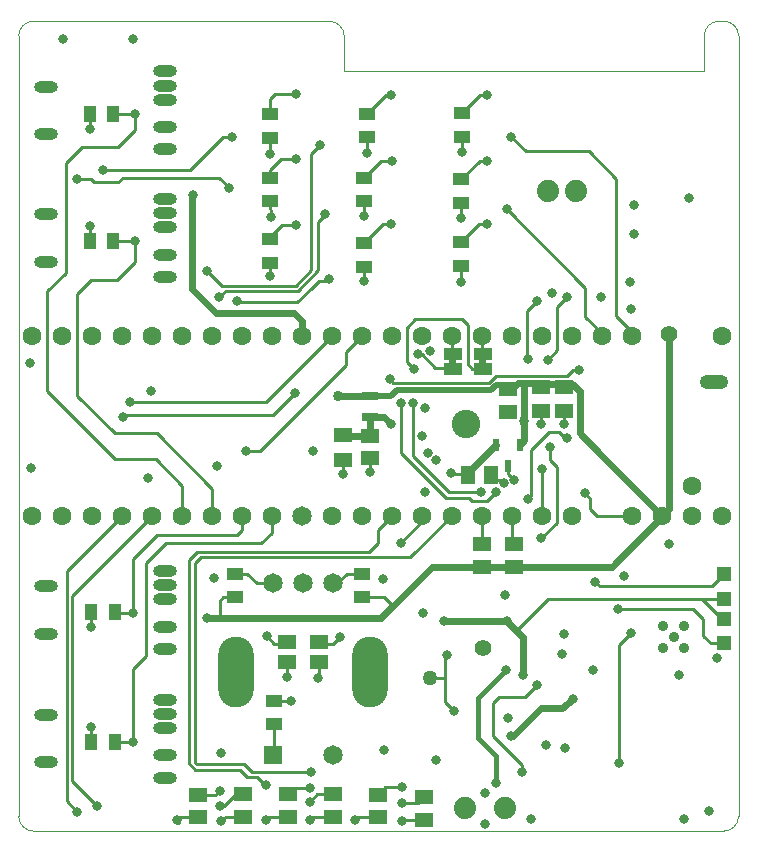
<source format=gbr>
%TF.GenerationSoftware,KiCad,Pcbnew,8.0.1*%
%TF.CreationDate,2025-01-16T17:49:12-07:00*%
%TF.ProjectId,WDM_RevB_v3,57444d5f-5265-4764-925f-76332e6b6963,rev?*%
%TF.SameCoordinates,Original*%
%TF.FileFunction,Copper,L1,Top*%
%TF.FilePolarity,Positive*%
%FSLAX46Y46*%
G04 Gerber Fmt 4.6, Leading zero omitted, Abs format (unit mm)*
G04 Created by KiCad (PCBNEW 8.0.1) date 2025-01-16 17:49:12*
%MOMM*%
%LPD*%
G01*
G04 APERTURE LIST*
G04 Aperture macros list*
%AMRoundRect*
0 Rectangle with rounded corners*
0 $1 Rounding radius*
0 $2 $3 $4 $5 $6 $7 $8 $9 X,Y pos of 4 corners*
0 Add a 4 corners polygon primitive as box body*
4,1,4,$2,$3,$4,$5,$6,$7,$8,$9,$2,$3,0*
0 Add four circle primitives for the rounded corners*
1,1,$1+$1,$2,$3*
1,1,$1+$1,$4,$5*
1,1,$1+$1,$6,$7*
1,1,$1+$1,$8,$9*
0 Add four rect primitives between the rounded corners*
20,1,$1+$1,$2,$3,$4,$5,0*
20,1,$1+$1,$4,$5,$6,$7,0*
20,1,$1+$1,$6,$7,$8,$9,0*
20,1,$1+$1,$8,$9,$2,$3,0*%
G04 Aperture macros list end*
%TA.AperFunction,EtchedComponent*%
%ADD10C,0.000000*%
%TD*%
%TA.AperFunction,SMDPad,CuDef*%
%ADD11R,1.400000X1.100000*%
%TD*%
%TA.AperFunction,ComponentPad*%
%ADD12C,1.600000*%
%TD*%
%TA.AperFunction,ComponentPad*%
%ADD13C,1.650000*%
%TD*%
%TA.AperFunction,SMDPad,CuDef*%
%ADD14R,1.600000X1.300000*%
%TD*%
%TA.AperFunction,SMDPad,CuDef*%
%ADD15R,0.530000X1.009996*%
%TD*%
%TA.AperFunction,SMDPad,CuDef*%
%ADD16R,1.100000X1.400000*%
%TD*%
%TA.AperFunction,SMDPad,CuDef*%
%ADD17R,1.500000X1.300000*%
%TD*%
%TA.AperFunction,SMDPad,CuDef*%
%ADD18RoundRect,0.635000X0.000010X0.000010X-0.000010X0.000010X-0.000010X-0.000010X0.000010X-0.000010X0*%
%TD*%
%TA.AperFunction,SMDPad,CuDef*%
%ADD19R,1.200000X1.200000*%
%TD*%
%TA.AperFunction,SMDPad,CuDef*%
%ADD20R,1.500000X1.000000*%
%TD*%
%TA.AperFunction,SMDPad,CuDef*%
%ADD21R,1.399200X0.752400*%
%TD*%
%TA.AperFunction,SMDPad,CuDef*%
%ADD22R,1.500000X1.200000*%
%TD*%
%TA.AperFunction,SMDPad,CuDef*%
%ADD23R,1.300000X1.500000*%
%TD*%
%TA.AperFunction,ComponentPad*%
%ADD24R,1.650000X1.650000*%
%TD*%
%TA.AperFunction,ComponentPad*%
%ADD25O,3.000000X6.000000*%
%TD*%
%TA.AperFunction,ComponentPad*%
%ADD26C,1.879600*%
%TD*%
%TA.AperFunction,ComponentPad*%
%ADD27O,2.416000X1.208000*%
%TD*%
%TA.AperFunction,ComponentPad*%
%ADD28O,2.000000X1.000000*%
%TD*%
%TA.AperFunction,ComponentPad*%
%ADD29C,0.908000*%
%TD*%
%TA.AperFunction,ViaPad*%
%ADD30C,0.800000*%
%TD*%
%TA.AperFunction,ViaPad*%
%ADD31C,2.406400*%
%TD*%
%TA.AperFunction,ViaPad*%
%ADD32C,1.406400*%
%TD*%
%TA.AperFunction,ViaPad*%
%ADD33C,0.856400*%
%TD*%
%TA.AperFunction,Conductor*%
%ADD34C,0.250000*%
%TD*%
%TA.AperFunction,Conductor*%
%ADD35C,0.609600*%
%TD*%
%TA.AperFunction,Conductor*%
%ADD36C,0.406400*%
%TD*%
%TA.AperFunction,Conductor*%
%ADD37C,0.254000*%
%TD*%
%TA.AperFunction,Conductor*%
%ADD38C,0.508000*%
%TD*%
%TA.AperFunction,Conductor*%
%ADD39C,0.606900*%
%TD*%
%TA.AperFunction,Profile*%
%ADD40C,0.100000*%
%TD*%
G04 APERTURE END LIST*
D10*
%TA.AperFunction,EtchedComponent*%
%TO.C,JP1*%
G36*
X123490000Y-74418000D02*
G01*
X122890000Y-74418000D01*
X122890000Y-73918000D01*
X123490000Y-73918000D01*
X123490000Y-74418000D01*
G37*
%TD.AperFunction*%
%TA.AperFunction,EtchedComponent*%
%TO.C,JP2*%
G36*
X126030000Y-74418000D02*
G01*
X125430000Y-74418000D01*
X125430000Y-73918000D01*
X126030000Y-73918000D01*
X126030000Y-74418000D01*
G37*
%TD.AperFunction*%
%TD*%
D11*
%TO.P,R20,1*%
%TO.N,GND*%
X123893146Y-66087041D03*
%TO.P,R20,2*%
%TO.N,Net-(R20-Pad2)*%
X123893146Y-64087041D03*
%TD*%
%TO.P,R24,1*%
%TO.N,GND*%
X115663546Y-66170842D03*
%TO.P,R24,2*%
%TO.N,Net-(R24-Pad2)*%
X115663546Y-64170842D03*
%TD*%
%TO.P,R15,1*%
%TO.N,GND*%
X107738746Y-55215841D03*
%TO.P,R15,2*%
%TO.N,Net-(R15-Pad2)*%
X107738746Y-53215841D03*
%TD*%
D12*
%TO.P,J2,+5V,VIN*%
%TO.N,+5V*%
X146014424Y-87214014D03*
%TO.P,J2,2,2_OUT2*%
%TO.N,/trackPin_4*%
X138394424Y-71974014D03*
%TO.P,J2,3,3_LRCLK2*%
%TO.N,/trackPin_3*%
X135854424Y-71974014D03*
%TO.P,J2,4,4_BCLK2*%
%TO.N,/trackLEDPin_4*%
X133314424Y-71974014D03*
%TO.P,J2,5,5_IN2*%
%TO.N,/trackLEDPin_3*%
X130774424Y-71974014D03*
%TO.P,J2,6,6_OUT1D*%
%TO.N,/Pin6*%
X128234424Y-71974014D03*
%TO.P,J2,7,7_RX2_OUT1A*%
%TO.N,/Pin7*%
X125694424Y-71974014D03*
%TO.P,J2,8,8_TX2_IN1*%
%TO.N,/Pin8*%
X123154424Y-71974014D03*
%TO.P,J2,9,9_OUT1C*%
%TO.N,unconnected-(J2-9_OUT1C-Pad9)*%
X120614424Y-71974014D03*
%TO.P,J2,10,10_CS_MQSR*%
%TO.N,unconnected-(J2-10_CS_MQSR-Pad10)*%
X118074424Y-71974014D03*
%TO.P,J2,11,11_MOSI_CTX1*%
%TO.N,/Pin11*%
X115534424Y-71974014D03*
%TO.P,J2,12,12_MISO_MQSL*%
%TO.N,/Pin12*%
X112994424Y-71974014D03*
%TO.P,J2,13,13_SCK_LED*%
%TO.N,/Pin13*%
X112994424Y-87214014D03*
%TO.P,J2,14,14_A0_TX3_SPDIF_OUT*%
%TO.N,unconnected-(J2-14_A0_TX3_SPDIF_OUT-Pad14)*%
X115534424Y-87214014D03*
%TO.P,J2,15,15_A1_RX3_SPDIF_IN*%
%TO.N,/trackLEDPin_1*%
X118074424Y-87214014D03*
%TO.P,J2,16,16_A2_RX4_SCL1*%
%TO.N,/pushRotaryPin*%
X120614424Y-87214014D03*
%TO.P,J2,17,17_A3_TX4_SDA1*%
%TO.N,/trackLEDPin_2*%
X123154424Y-87214014D03*
%TO.P,J2,18,18_A4_SDA*%
%TO.N,/SDA*%
X125694424Y-87214014D03*
%TO.P,J2,19,19_A5_SCL*%
%TO.N,/SCL*%
X128234424Y-87214014D03*
%TO.P,J2,20,20_A6_TX5_LRCLK1*%
%TO.N,/Pin20*%
X130774424Y-87214014D03*
%TO.P,J2,21,21_A7_RX5_BCLK1*%
%TO.N,/Pin21*%
X133314424Y-87214014D03*
%TO.P,J2,23,23_A9_CRX1_MCLK1*%
%TO.N,/Pin23*%
X138394424Y-87214014D03*
%TO.P,J2,24,24_A10_TX6_SCL2*%
%TO.N,/ECHOPin*%
X107914424Y-71974014D03*
%TO.P,J2,25,25_A11_RX6_SDA2*%
%TO.N,/startPin*%
X105374424Y-71974014D03*
%TO.P,J2,26,26_A12_MOSI1*%
%TO.N,unconnected-(J2-26_A12_MOSI1-Pad26)*%
X102834424Y-71974014D03*
%TO.P,J2,27,27_A13_SCK1*%
%TO.N,/clockTrigPin*%
X100294424Y-71974014D03*
%TO.P,J2,28,28_RX7*%
%TO.N,/trackPin_1*%
X97754424Y-71974014D03*
%TO.P,J2,29,29_TX7*%
%TO.N,/trackPin_2*%
X95214424Y-71974014D03*
%TO.P,J2,30,30_CRX3*%
%TO.N,unconnected-(J2-30_CRX3-Pad30)*%
X92674424Y-71974014D03*
%TO.P,J2,31,31_CTX3*%
%TO.N,/undoPin*%
X90134424Y-71974014D03*
%TO.P,J2,32,32_OUT1B*%
%TO.N,/RECPin*%
X87594424Y-71974014D03*
%TO.P,J2,33,33_MCLK2*%
%TO.N,/optAPin*%
X87594424Y-87214014D03*
%TO.P,J2,34,34_RX8*%
%TO.N,/optBPin*%
X90134424Y-87214014D03*
%TO.P,J2,35,35_TX8*%
%TO.N,unconnected-(J2-35_TX8-Pad35)*%
X92674424Y-87214014D03*
%TO.P,J2,36,36_CS*%
%TO.N,/\u00A0RECLEDPin*%
X95214424Y-87214014D03*
%TO.P,J2,37,37_CS*%
%TO.N,/PLAYledPin*%
X97754424Y-87214014D03*
%TO.P,J2,38,38_CS1_IN1*%
%TO.N,/ FSRpin_1_A14*%
X100294424Y-87214014D03*
%TO.P,J2,39,39_MISO1_OUT1A*%
%TO.N,/ FSRpin_2_A15*%
X102834424Y-87214014D03*
%TO.P,J2,40,40_A16*%
%TO.N,/ FSRpin_3_A16*%
X105374424Y-87214014D03*
%TO.P,J2,41,41_A17*%
%TO.N,/ FSRpin_4_A17*%
X107914424Y-87214014D03*
%TO.P,J2,49,VUSB*%
%TO.N,VBUS*%
X143474424Y-84674014D03*
%TO.P,J2,GND_0,GND_0*%
%TO.N,GND*%
X146014424Y-71974014D03*
%TO.P,J2,GND_1,GND_1*%
X143474424Y-87214014D03*
D13*
%TO.P,J2,GND_2,GND_2*%
X110454424Y-87214014D03*
D12*
%TO.P,J2,T3.3V,3.3V*%
%TO.N,+3V3*%
X110454424Y-71974014D03*
X140934424Y-87214014D03*
%TD*%
D14*
%TO.P,R33,1*%
%TO.N,Net-(D7-PadC)*%
X109242765Y-112696284D03*
%TO.P,R33,2*%
%TO.N,GND*%
X109242765Y-110796284D03*
%TD*%
%TO.P,R36,1*%
%TO.N,Net-(D10-PadC)*%
X120751600Y-112964000D03*
%TO.P,R36,2*%
%TO.N,GND*%
X120751600Y-111064000D03*
%TD*%
D15*
%TO.P,U5,1,IN*%
%TO.N,+3V3*%
X128917685Y-81205829D03*
%TO.P,U5,2,OUT*%
%TO.N,+1V8*%
X126867685Y-81205829D03*
%TO.P,U5,3,GND*%
%TO.N,GND*%
X127892685Y-82995829D03*
%TD*%
D11*
%TO.P,R25,1*%
%TO.N,GND*%
X123967606Y-55147440D03*
%TO.P,R25,2*%
%TO.N,Net-(R25-Pad2)*%
X123967606Y-53147440D03*
%TD*%
%TO.P,R26,1*%
%TO.N,GND*%
X123943946Y-60753041D03*
%TO.P,R26,2*%
%TO.N,Net-(R26-Pad2)*%
X123943946Y-58753041D03*
%TD*%
D14*
%TO.P,R39,1*%
%TO.N,/SDA*%
X125722212Y-89656007D03*
%TO.P,R39,2*%
%TO.N,+3V3*%
X125722212Y-91556007D03*
%TD*%
D16*
%TO.P,R14,1*%
%TO.N,/ FSRpin_1_A14*%
X94456000Y-53213000D03*
%TO.P,R14,2*%
%TO.N,GND*%
X92456000Y-53213000D03*
%TD*%
D17*
%TO.P,C7,1*%
%TO.N,GND*%
X109211946Y-99580241D03*
%TO.P,C7,2*%
%TO.N,/optAPin*%
X109211946Y-97880241D03*
%TD*%
D14*
%TO.P,R40,1*%
%TO.N,/SCL*%
X128389212Y-89656007D03*
%TO.P,R40,2*%
%TO.N,+3V3*%
X128389212Y-91556007D03*
%TD*%
D18*
%TO.P,TP2,P$1,1*%
%TO.N,/VPCC(TP)*%
X121259600Y-100990400D03*
%TD*%
D14*
%TO.P,R34,1*%
%TO.N,Net-(D8-PadC)*%
X113030000Y-112726800D03*
%TO.P,R34,2*%
%TO.N,GND*%
X113030000Y-110826800D03*
%TD*%
D17*
%TO.P,C8,1*%
%TO.N,GND*%
X111853546Y-99580241D03*
%TO.P,C8,2*%
%TO.N,/optBPin*%
X111853546Y-97880241D03*
%TD*%
D11*
%TO.P,R27,1*%
%TO.N,+3V3*%
X115548346Y-94128641D03*
%TO.P,R27,2*%
%TO.N,/optBPin*%
X115548346Y-92128641D03*
%TD*%
D14*
%TO.P,R32,1*%
%TO.N,Net-(D6-PadC)*%
X105435400Y-112701400D03*
%TO.P,R32,2*%
%TO.N,GND*%
X105435400Y-110801400D03*
%TD*%
D11*
%TO.P,R16,1*%
%TO.N,GND*%
X107771548Y-60621041D03*
%TO.P,R16,2*%
%TO.N,Net-(R16-Pad2)*%
X107771548Y-58621041D03*
%TD*%
%TO.P,R22,1*%
%TO.N,GND*%
X107771548Y-65833041D03*
%TO.P,R22,2*%
%TO.N,Net-(R22-Pad2)*%
X107771548Y-63833041D03*
%TD*%
%TO.P,R28,1*%
%TO.N,+3V3*%
X104741546Y-94128641D03*
%TO.P,R28,2*%
%TO.N,/optAPin*%
X104741546Y-92128641D03*
%TD*%
%TO.P,R17,1*%
%TO.N,GND*%
X115931293Y-55202008D03*
%TO.P,R17,2*%
%TO.N,Net-(R17-Pad2)*%
X115931293Y-53202008D03*
%TD*%
%TO.P,R21,1*%
%TO.N,Net-(EN_1-Pad1)*%
X108034146Y-104882241D03*
%TO.P,R21,2*%
%TO.N,GND*%
X108034146Y-102882241D03*
%TD*%
D19*
%TO.P,D2,A,A*%
%TO.N,VBUS*%
X146177000Y-95944000D03*
%TO.P,D2,C,C*%
%TO.N,Net-(D2-PadC)*%
X146177000Y-98044000D03*
%TD*%
D14*
%TO.P,R35,1*%
%TO.N,Net-(D9-PadC)*%
X116890800Y-112742000D03*
%TO.P,R35,2*%
%TO.N,GND*%
X116890800Y-110842000D03*
%TD*%
%TO.P,R31,1*%
%TO.N,Net-(D5-PadC)*%
X101625400Y-112760800D03*
%TO.P,R31,2*%
%TO.N,GND*%
X101625400Y-110860800D03*
%TD*%
D20*
%TO.P,JP1,1,1*%
%TO.N,/Pin8*%
X123190000Y-73518000D03*
%TO.P,JP1,2,2*%
%TO.N,Net-(U6-I2S_DOUT)*%
X123190000Y-74818000D03*
%TD*%
D21*
%TO.P,L2,1*%
%TO.N,/VDDA*%
X116197212Y-78830407D03*
%TO.P,L2,2*%
%TO.N,+3V3*%
X116197212Y-77078007D03*
%TD*%
D22*
%TO.P,C11,1*%
%TO.N,+3V3*%
X132588000Y-76293000D03*
%TO.P,C11,2*%
%TO.N,GND*%
X132588000Y-78393000D03*
%TD*%
D17*
%TO.P,C17,1*%
%TO.N,/VDDA*%
X116197212Y-80446007D03*
%TO.P,C17,2*%
%TO.N,GND*%
X116197212Y-82346007D03*
%TD*%
D20*
%TO.P,JP2,1,1*%
%TO.N,/Pin7*%
X125730000Y-73518000D03*
%TO.P,JP2,2,2*%
%TO.N,Net-(U6-I2S_DIN)*%
X125730000Y-74818000D03*
%TD*%
D19*
%TO.P,D3,A,A*%
%TO.N,VBUS*%
X146177000Y-94268000D03*
%TO.P,D3,C,C*%
%TO.N,Net-(D3-PadC)*%
X146177000Y-92168000D03*
%TD*%
D22*
%TO.P,C18,1*%
%TO.N,/VDDA*%
X113919000Y-80380007D03*
%TO.P,C18,2*%
%TO.N,GND*%
X113919000Y-82480007D03*
%TD*%
D16*
%TO.P,R37,1*%
%TO.N,/ FSRpin_3_A16*%
X94599000Y-95377000D03*
%TO.P,R37,2*%
%TO.N,GND*%
X92599000Y-95377000D03*
%TD*%
%TO.P,R29,1*%
%TO.N,/ FSRpin_4_A17*%
X94599000Y-106426000D03*
%TO.P,R29,2*%
%TO.N,GND*%
X92599000Y-106426000D03*
%TD*%
D11*
%TO.P,R19,1*%
%TO.N,GND*%
X115714346Y-60600641D03*
%TO.P,R19,2*%
%TO.N,Net-(R19-Pad2)*%
X115714346Y-58600641D03*
%TD*%
D23*
%TO.P,C12,1*%
%TO.N,+1V8*%
X124518212Y-83809007D03*
%TO.P,C12,2*%
%TO.N,GND*%
X126418212Y-83809007D03*
%TD*%
D16*
%TO.P,R23,1*%
%TO.N,/ FSRpin_2_A15*%
X94472000Y-64008000D03*
%TO.P,R23,2*%
%TO.N,GND*%
X92472000Y-64008000D03*
%TD*%
D22*
%TO.P,C10,1*%
%TO.N,+3V3*%
X130675212Y-76293000D03*
%TO.P,C10,2*%
%TO.N,GND*%
X130675212Y-78393000D03*
%TD*%
D17*
%TO.P,C9,1*%
%TO.N,+3V3*%
X127881212Y-76520000D03*
%TO.P,C9,2*%
%TO.N,GND*%
X127881212Y-78420000D03*
%TD*%
D24*
%TO.P,EN_1,1,1*%
%TO.N,Net-(EN_1-Pad1)*%
X108030000Y-107450000D03*
D13*
%TO.P,EN_1,2,2*%
%TO.N,/pushRotaryPin*%
X113030000Y-107450000D03*
%TO.P,EN_1,A,A*%
%TO.N,/optAPin*%
X108030000Y-92950000D03*
%TO.P,EN_1,B,B*%
%TO.N,/optBPin*%
X113030000Y-92950000D03*
%TO.P,EN_1,C,C*%
%TO.N,GND*%
X110530000Y-92950000D03*
D25*
%TO.P,EN_1,S1*%
%TO.N,N/C*%
X104830000Y-100450000D03*
%TO.P,EN_1,S2*%
X116230000Y-100450000D03*
%TD*%
D26*
%TO.P,J4,1,1*%
%TO.N,VLIPO*%
X127635000Y-112014000D03*
%TD*%
D27*
%TO.P,J15,S1,SHIELD*%
%TO.N,unconnected-(J15-SHIELD-PadS1)*%
X145347000Y-75879000D03*
%TD*%
D28*
%TO.P,J11,1*%
%TO.N,GND*%
X98873000Y-91918000D03*
%TO.P,J11,2*%
%TO.N,/ FSRpin_3_A16*%
X98873000Y-94318000D03*
%TO.P,J11,3*%
%TO.N,+3V3*%
X98873000Y-93118000D03*
%TO.P,J11,4*%
%TO.N,GND*%
X98873000Y-98518000D03*
%TO.P,J11,5*%
%TO.N,/ FSRpin_3_A16*%
X98873000Y-96618000D03*
%TO.P,J11,S1,SHIELD*%
%TO.N,unconnected-(J11-SHIELD-PadS1)*%
X88773000Y-97218000D03*
%TO.P,J11,S2,SHIELD__1*%
%TO.N,unconnected-(J11-SHIELD__1-PadS2)*%
X88773000Y-93218000D03*
%TD*%
D26*
%TO.P,MIC1,1,1*%
%TO.N,Net-(C19-Pad2)*%
X131240200Y-59766200D03*
%TO.P,MIC1,2,2*%
%TO.N,GND*%
X133650200Y-59766200D03*
%TD*%
D29*
%TO.P,U1,P$18,PAD*%
%TO.N,GND*%
X141918000Y-97495000D03*
%TO.P,U1,P$19,PAD*%
X142818000Y-96595000D03*
%TO.P,U1,P$20,PAD*%
X141018000Y-96595000D03*
%TO.P,U1,P$21,PAD*%
X141018000Y-98395000D03*
%TO.P,U1,P$22,PAD*%
X142818000Y-98395000D03*
%TD*%
D26*
%TO.P,J5,1,1*%
%TO.N,GND*%
X124282200Y-112014000D03*
%TD*%
D28*
%TO.P,J6,1*%
%TO.N,GND*%
X98873000Y-60422000D03*
%TO.P,J6,2*%
%TO.N,/ FSRpin_2_A15*%
X98873000Y-62822000D03*
%TO.P,J6,3*%
%TO.N,+3V3*%
X98873000Y-61622000D03*
%TO.P,J6,4*%
%TO.N,GND*%
X98873000Y-67022000D03*
%TO.P,J6,5*%
%TO.N,/ FSRpin_2_A15*%
X98873000Y-65122000D03*
%TO.P,J6,S1,SHIELD*%
%TO.N,unconnected-(J6-SHIELD-PadS1)*%
X88773000Y-65722000D03*
%TO.P,J6,S2,SHIELD__1*%
%TO.N,unconnected-(J6-SHIELD__1-PadS2)*%
X88773000Y-61722000D03*
%TD*%
%TO.P,J3,1*%
%TO.N,GND*%
X98858500Y-49607750D03*
%TO.P,J3,2*%
%TO.N,/ FSRpin_1_A14*%
X98858500Y-52007750D03*
%TO.P,J3,3*%
%TO.N,+3V3*%
X98858500Y-50807750D03*
%TO.P,J3,4*%
%TO.N,GND*%
X98858500Y-56207750D03*
%TO.P,J3,5*%
%TO.N,/ FSRpin_1_A14*%
X98858500Y-54307750D03*
%TO.P,J3,S1,SHIELD*%
%TO.N,unconnected-(J3-SHIELD-PadS1)*%
X88758500Y-54907750D03*
%TO.P,J3,S2,SHIELD__1*%
%TO.N,unconnected-(J3-SHIELD__1-PadS2)*%
X88758500Y-50907750D03*
%TD*%
%TO.P,J7,1*%
%TO.N,GND*%
X98873000Y-102820750D03*
%TO.P,J7,2*%
%TO.N,/ FSRpin_4_A17*%
X98873000Y-105220750D03*
%TO.P,J7,3*%
%TO.N,+3V3*%
X98873000Y-104020750D03*
%TO.P,J7,4*%
%TO.N,GND*%
X98873000Y-109420750D03*
%TO.P,J7,5*%
%TO.N,/ FSRpin_4_A17*%
X98873000Y-107520750D03*
%TO.P,J7,S1,SHIELD*%
%TO.N,unconnected-(J7-SHIELD-PadS1)*%
X88773000Y-108120750D03*
%TO.P,J7,S2,SHIELD__1*%
%TO.N,unconnected-(J7-SHIELD__1-PadS2)*%
X88773000Y-104120750D03*
%TD*%
D30*
%TO.N,V_Batt*%
X128143000Y-105918000D03*
X133350000Y-102743000D03*
%TO.N,VBUS*%
X122424608Y-96139000D03*
X129159000Y-100711000D03*
X127762000Y-96139000D03*
%TO.N,VLIPO*%
X126873000Y-109855000D03*
X127695000Y-100330000D03*
%TO.N,/optAPin*%
X107484746Y-97446641D03*
%TO.N,/optBPin*%
X113631546Y-97497441D03*
%TO.N,/VDDA*%
X117983000Y-79502000D03*
%TO.N,/pushRotaryPin*%
X118795800Y-89509600D03*
%TO.N,/trackPin_3*%
X127762000Y-61239400D03*
%TO.N,/trackPin_4*%
X128160346Y-55181041D03*
%TO.N,/Pin6*%
X95250000Y-78867000D03*
X109855000Y-76835000D03*
%TO.N,/Pin11*%
X105664000Y-81788000D03*
%TO.N,/Pin12*%
X95885000Y-77597000D03*
%TO.N,/trackLEDPin_2*%
X111243946Y-108927441D03*
%TO.N,/trackLEDPin_1*%
X107383146Y-110045041D03*
%TO.N,/Pin20*%
X130802212Y-83301007D03*
%TO.N,/Pin23*%
X134366000Y-85344000D03*
%TO.N,/clockTrigPin*%
X104978200Y-69037200D03*
X112717146Y-67220641D03*
%TO.N,/trackPin_2*%
X102412800Y-66497200D03*
X111955146Y-55841441D03*
%TO.N,/trackPin_1*%
X112412346Y-61683441D03*
X103454200Y-68707000D03*
%TO.N,/undoPin*%
X93624400Y-57962800D03*
X104487546Y-55181041D03*
%TO.N,/RECPin*%
X104233546Y-59448241D03*
X91363800Y-58699400D03*
%TO.N,/\u00A0RECLEDPin*%
X91427919Y-112284268D03*
%TO.N,/PLAYledPin*%
X93108346Y-111823041D03*
%TO.N,/ FSRpin_1_A14*%
X96266000Y-53213000D03*
%TO.N,/ FSRpin_2_A15*%
X96266000Y-64008000D03*
%TO.N,/ FSRpin_3_A16*%
X96139000Y-95504000D03*
%TO.N,/ FSRpin_4_A17*%
X96139000Y-106426000D03*
%TO.N,GND*%
X132588000Y-97282000D03*
X142760700Y-112890300D03*
D31*
X124325212Y-79491007D03*
D30*
X115714346Y-61886641D03*
X143176024Y-60303976D03*
X132715000Y-106934000D03*
X118872000Y-110236000D03*
X144907000Y-112268000D03*
X131638000Y-68387000D03*
X137668000Y-92329000D03*
X92599000Y-96631000D03*
X117390746Y-107098641D03*
X116197212Y-83555007D03*
X92583000Y-105156000D03*
X92456000Y-54483000D03*
X120650000Y-95504000D03*
X138219919Y-67398082D03*
X115663546Y-67373041D03*
X135763000Y-68732400D03*
X103623946Y-107301841D03*
X135102600Y-100253800D03*
X111125000Y-111455200D03*
X109516746Y-102933041D03*
X121277212Y-73268007D03*
X107738746Y-56603441D03*
X121150212Y-81904007D03*
X103471546Y-110502241D03*
X107789546Y-61937441D03*
X130675212Y-79502000D03*
X96105546Y-46875241D03*
X121823000Y-107950000D03*
X138303000Y-69723000D03*
X92456000Y-62738000D03*
X138573000Y-60960000D03*
X145542000Y-99314000D03*
X97409000Y-84074000D03*
X117289146Y-92569841D03*
X123943946Y-62039041D03*
X128389212Y-84190007D03*
X127881212Y-78420000D03*
X87376000Y-74295000D03*
X141478000Y-89662000D03*
X120896212Y-78094007D03*
X97663000Y-76708000D03*
X123994746Y-56400241D03*
X138573000Y-63373000D03*
X121785212Y-82539007D03*
X90187346Y-46875241D03*
X132461000Y-98933000D03*
X142328900Y-100672900D03*
X113919000Y-83682007D03*
X127563712Y-84444007D03*
X87520346Y-83171841D03*
X127635000Y-93980000D03*
X118922800Y-111531400D03*
X115917546Y-56501841D03*
X125958600Y-110744000D03*
X109211946Y-100914641D03*
D32*
X125730000Y-98425000D03*
D30*
X111379000Y-81788000D03*
X103251000Y-83058000D03*
X120594712Y-80438500D03*
X103471546Y-111772241D03*
X127889000Y-104394000D03*
X120887445Y-85233881D03*
X111802746Y-100965441D03*
X131064000Y-106680000D03*
X107771548Y-66915841D03*
X125958600Y-113334800D03*
X102963546Y-92519041D03*
X129794000Y-112903000D03*
X111099600Y-110261400D03*
X132588000Y-79502000D03*
X123893146Y-67423841D03*
%TO.N,Net-(U6-HP_VGND)*%
X131445000Y-81407000D03*
X130683000Y-89154000D03*
%TO.N,Net-(U6-HP_R)*%
X132842000Y-80645000D03*
X129540000Y-85852000D03*
%TO.N,Net-(U6-HP_L)*%
X133858000Y-74930000D03*
X117856000Y-75692000D03*
%TO.N,Net-(U6-I2S_DOUT)*%
X126865212Y-85206007D03*
X120269000Y-73533000D03*
X118864212Y-77724000D03*
%TO.N,Net-(U6-I2S_DIN)*%
X119888000Y-74803000D03*
X119880212Y-77713007D03*
X125595212Y-85206007D03*
%TO.N,/ENABLE*%
X138303000Y-97155000D03*
X137287000Y-108204000D03*
%TO.N,Net-(R6-Pad1)*%
X129032000Y-108966000D03*
X130302000Y-101600000D03*
%TO.N,Net-(D2-PadC)*%
X137160000Y-95123000D03*
%TO.N,Net-(D3-PadC)*%
X135255000Y-92837000D03*
%TO.N,/VPCC(TP)*%
X123317000Y-103759000D03*
X122682000Y-99060000D03*
%TO.N,Net-(R15-Pad2)*%
X109923146Y-51523441D03*
%TO.N,Net-(R16-Pad2)*%
X109923146Y-57060641D03*
%TO.N,Net-(R17-Pad2)*%
X118000346Y-51574241D03*
%TO.N,Net-(R19-Pad2)*%
X118051146Y-57162241D03*
%TO.N,Net-(R20-Pad2)*%
X126077546Y-62547041D03*
%TO.N,Net-(R22-Pad2)*%
X109923146Y-62648641D03*
%TO.N,Net-(R24-Pad2)*%
X118000346Y-62547041D03*
%TO.N,Net-(R25-Pad2)*%
X126128346Y-51574241D03*
%TO.N,Net-(R26-Pad2)*%
X126128346Y-57162241D03*
%TO.N,Net-(D5-PadC)*%
X99872800Y-112979200D03*
%TO.N,+3V3*%
X102362000Y-95885000D03*
D32*
X141478000Y-71882000D03*
D33*
X113530212Y-77078007D03*
D30*
X101193600Y-60096400D03*
D33*
X129278212Y-79237007D03*
D30*
%TO.N,+1V8*%
X123055212Y-83612830D03*
%TO.N,Net-(D6-PadC)*%
X103581200Y-113106200D03*
%TO.N,Net-(D7-PadC)*%
X107365800Y-113004600D03*
%TO.N,Net-(D8-PadC)*%
X111150400Y-113030000D03*
%TO.N,Net-(D9-PadC)*%
X114960400Y-113004600D03*
%TO.N,Net-(D10-PadC)*%
X118922800Y-113055400D03*
%TO.N,Net-(U6-MIC)*%
X130302000Y-69088000D03*
X129565400Y-73939400D03*
%TO.N,Net-(U6-MIC_BIAS)*%
X131241800Y-74015600D03*
X132842000Y-68707000D03*
%TD*%
D34*
%TO.N,V_Batt*%
X133350000Y-102743000D02*
X133223000Y-102743000D01*
D35*
X132461000Y-103505000D02*
X133350000Y-102743000D01*
X130683000Y-103505000D02*
X132461000Y-103505000D01*
X128270000Y-105918000D02*
X130683000Y-103505000D01*
D34*
X128143000Y-105918000D02*
X128270000Y-105918000D01*
D35*
%TO.N,VBUS*%
X129159000Y-100711000D02*
X129159000Y-97536000D01*
D34*
X146177000Y-95944000D02*
X145982000Y-95944000D01*
X144306000Y-94268000D02*
X131284000Y-94268000D01*
X145982000Y-95944000D02*
X144306000Y-94268000D01*
D35*
X122424608Y-96139000D02*
X127762000Y-96139000D01*
X127762000Y-96139000D02*
X128587500Y-96964500D01*
D34*
X144306000Y-94268000D02*
X146177000Y-94268000D01*
X131284000Y-94268000D02*
X128587500Y-96964500D01*
D35*
X129159000Y-97536000D02*
X128587500Y-96964500D01*
D36*
%TO.N,VLIPO*%
X125349000Y-102676000D02*
X127635000Y-100390000D01*
X126873000Y-109855000D02*
X126873000Y-107569000D01*
D34*
X127635000Y-100390000D02*
X127695000Y-100330000D01*
D36*
X127695000Y-111954000D02*
X127635000Y-112014000D01*
X126873000Y-107569000D02*
X125349000Y-106045000D01*
X125349000Y-106045000D02*
X125349000Y-102676000D01*
D34*
%TO.N,/optAPin*%
X108094346Y-98056241D02*
X109035946Y-98056241D01*
X108030000Y-92950000D02*
X106613705Y-92950000D01*
X109035946Y-98056241D02*
X109211946Y-97880241D01*
X106613705Y-92950000D02*
X105792346Y-92128641D01*
X107484746Y-97446641D02*
X108094346Y-98056241D01*
X109133946Y-97802241D02*
X109211946Y-97880241D01*
X105792346Y-92128641D02*
X104741546Y-92128641D01*
%TO.N,/optBPin*%
X113030000Y-92950000D02*
X113403787Y-92950000D01*
X111880746Y-97853041D02*
X111853546Y-97880241D01*
X113072746Y-98056241D02*
X112029546Y-98056241D01*
X112029546Y-98056241D02*
X111853546Y-97880241D01*
X113403787Y-92950000D02*
X114225146Y-92128641D01*
X114225146Y-92128641D02*
X115548346Y-92128641D01*
X113631546Y-97497441D02*
X113072746Y-98056241D01*
D35*
%TO.N,/VDDA*%
X117983000Y-79502000D02*
X117348000Y-78867000D01*
D34*
X113985000Y-80446007D02*
X113919000Y-80380007D01*
D35*
X117311407Y-78830407D02*
X116197212Y-78830407D01*
X117348000Y-78867000D02*
X117311407Y-78830407D01*
X116197212Y-80446007D02*
X113985000Y-80446007D01*
X116197212Y-78830407D02*
X116197212Y-80446007D01*
D34*
%TO.N,Net-(EN_1-Pad1)*%
X108034146Y-107445854D02*
X108030000Y-107450000D01*
X108034146Y-104882241D02*
X108034146Y-107445854D01*
%TO.N,/pushRotaryPin*%
X120614424Y-87690976D02*
X120614424Y-87214014D01*
X118795800Y-89509600D02*
X120614424Y-87690976D01*
%TO.N,/trackPin_3*%
X135854424Y-71974014D02*
X135854424Y-71795624D01*
X134442200Y-67919600D02*
X127762000Y-61239400D01*
X134442200Y-70383400D02*
X134442200Y-67919600D01*
X127762000Y-61239400D02*
X127736600Y-61214000D01*
X135854424Y-71795624D02*
X134442200Y-70383400D01*
%TO.N,/trackPin_4*%
X128160346Y-55181041D02*
X129367305Y-56388000D01*
X137058400Y-58699400D02*
X137058400Y-70332600D01*
X134747000Y-56388000D02*
X137058400Y-58699400D01*
X138394424Y-71668624D02*
X138394424Y-71974014D01*
X129367305Y-56388000D02*
X134747000Y-56388000D01*
X128160139Y-55180834D02*
X128160346Y-55181041D01*
X137058400Y-70332600D02*
X138394424Y-71668624D01*
D37*
%TO.N,/Pin6*%
X95250000Y-78867000D02*
X95377000Y-78740000D01*
X107950000Y-78740000D02*
X109855000Y-76835000D01*
X95377000Y-78740000D02*
X107950000Y-78740000D01*
D34*
%TO.N,/Pin7*%
X125694424Y-73225219D02*
X125722212Y-73253007D01*
X125694424Y-71974014D02*
X125694424Y-73225219D01*
%TO.N,/Pin8*%
X123154424Y-73240219D02*
X123182212Y-73268007D01*
X123154424Y-71974014D02*
X123154424Y-73240219D01*
D37*
%TO.N,/Pin11*%
X114173000Y-73335438D02*
X115534424Y-71974014D01*
X106851808Y-81788000D02*
X114173000Y-74466808D01*
X114173000Y-74466808D02*
X114173000Y-73335438D01*
X105664000Y-81788000D02*
X106851808Y-81788000D01*
%TO.N,/Pin12*%
X95885000Y-77597000D02*
X107315000Y-77597000D01*
X107371438Y-77597000D02*
X112994424Y-71974014D01*
D34*
X107315000Y-77597000D02*
X107371438Y-77597000D01*
%TO.N,/trackLEDPin_2*%
X106222800Y-108932400D02*
X111238987Y-108932400D01*
X111243946Y-108927441D02*
X111248905Y-108932400D01*
X111238987Y-108932400D02*
X111243946Y-108927441D01*
X123154424Y-87214014D02*
X119614238Y-90754200D01*
X101396800Y-91262200D02*
X101396800Y-108140546D01*
X119614238Y-90754200D02*
X101904800Y-90754200D01*
X101530127Y-108273873D02*
X105564273Y-108273873D01*
X101904800Y-90754200D02*
X101396800Y-91262200D01*
X105564273Y-108273873D02*
X106222800Y-108932400D01*
X101396800Y-108140546D02*
X101530127Y-108273873D01*
%TO.N,/trackLEDPin_1*%
X107383146Y-110045041D02*
X107383146Y-110146641D01*
X116103400Y-90271600D02*
X101549200Y-90271600D01*
X116840000Y-88448438D02*
X116840000Y-89535000D01*
X101396800Y-108762800D02*
X105181400Y-108762800D01*
X107281546Y-110045041D02*
X107383146Y-110045041D01*
X118074424Y-87214014D02*
X116840000Y-88448438D01*
X100838000Y-108204000D02*
X101396800Y-108762800D01*
X107383146Y-110146641D02*
X107281546Y-110045041D01*
X116840000Y-89535000D02*
X116103400Y-90271600D01*
X106608905Y-109372400D02*
X107281546Y-110045041D01*
X100838000Y-90982800D02*
X100838000Y-108204000D01*
X105181400Y-108762800D02*
X105791000Y-109372400D01*
X105791000Y-109372400D02*
X106608905Y-109372400D01*
X101549200Y-90271600D02*
X100838000Y-90982800D01*
D37*
%TO.N,/SDA*%
X125694424Y-87214014D02*
X125694424Y-89628219D01*
D34*
X125694424Y-89628219D02*
X125722212Y-89656007D01*
D37*
%TO.N,/SCL*%
X128234424Y-87214014D02*
X128234424Y-89501219D01*
D34*
X128234424Y-89501219D02*
X128389212Y-89656007D01*
D37*
%TO.N,/Pin20*%
X130802212Y-83301007D02*
X130774424Y-83400219D01*
X130774424Y-83400219D02*
X130774424Y-83428007D01*
X130774424Y-87214014D02*
X130774424Y-83455795D01*
X130774424Y-83455795D02*
X130802212Y-83301007D01*
%TO.N,/Pin23*%
X134366000Y-85344000D02*
X134865946Y-85843946D01*
X134865946Y-86677041D02*
X135402919Y-87214014D01*
X134865946Y-85843946D02*
X134865946Y-86677041D01*
X135402919Y-87214014D02*
X138394424Y-87214014D01*
D34*
%TO.N,/clockTrigPin*%
X110016887Y-69158900D02*
X111265067Y-67910720D01*
X111265067Y-67910720D02*
X111853546Y-67322241D01*
X111955146Y-67322241D02*
X112717146Y-67322241D01*
X105099900Y-69158900D02*
X110016887Y-69158900D01*
X104978200Y-69037200D02*
X105099900Y-69158900D01*
X104845900Y-69037200D02*
X104795100Y-68986400D01*
X112717146Y-67220641D02*
X112818746Y-67220641D01*
X112717146Y-67322241D02*
X112717146Y-67322241D01*
X104978200Y-69037200D02*
X104845900Y-69037200D01*
X112717146Y-67322241D02*
X112717146Y-67220641D01*
X111853546Y-67322241D02*
X111955146Y-67322241D01*
%TO.N,/trackPin_2*%
X102438200Y-66497200D02*
X102412800Y-66497200D01*
X111976359Y-55841441D02*
X111955146Y-55841441D01*
X109905800Y-67741800D02*
X103682800Y-67741800D01*
X111201200Y-56616600D02*
X111201200Y-66446400D01*
X111955146Y-55862654D02*
X111201200Y-56616600D01*
X111955146Y-55841441D02*
X111955146Y-55862654D01*
X102412800Y-66471800D02*
X102489000Y-66548000D01*
X103682800Y-67741800D02*
X102438200Y-66497200D01*
X102412800Y-66497200D02*
X102412800Y-66471800D01*
X111201200Y-66446400D02*
X109905800Y-67741800D01*
%TO.N,/trackPin_1*%
X112412346Y-61729552D02*
X112412346Y-61683441D01*
X111810800Y-62331098D02*
X112412346Y-61729552D01*
X103454200Y-68707000D02*
X103979400Y-68181800D01*
X111810800Y-66459054D02*
X111810800Y-62331098D01*
X112412346Y-61683441D02*
X112458457Y-61683441D01*
X110088054Y-68181800D02*
X111810800Y-66459054D01*
X103979400Y-68181800D02*
X110088054Y-68181800D01*
%TO.N,/undoPin*%
X103772366Y-55180834D02*
X104487339Y-55180834D01*
X93624400Y-57962800D02*
X100990400Y-57962800D01*
X104487546Y-55181041D02*
X104487753Y-55180834D01*
X100990400Y-57962800D02*
X103772366Y-55180834D01*
X104487339Y-55180834D02*
X104487546Y-55181041D01*
%TO.N,/RECPin*%
X92557600Y-58699400D02*
X92862400Y-59004200D01*
X91363800Y-58699400D02*
X92557600Y-58699400D01*
X103437915Y-58597800D02*
X104233546Y-59393431D01*
X104233546Y-59448241D02*
X104288356Y-59448241D01*
X92862400Y-59004200D02*
X94894400Y-59004200D01*
X104233546Y-59393431D02*
X104233546Y-59448241D01*
X94894400Y-59004200D02*
X95300800Y-58597800D01*
X95300800Y-58597800D02*
X103437915Y-58597800D01*
%TO.N,/\u00A0RECLEDPin*%
X91427919Y-112284268D02*
X90525600Y-111381949D01*
X90525600Y-111381949D02*
X90525600Y-91902838D01*
X90525600Y-91902838D02*
X95214424Y-87214014D01*
%TO.N,/PLAYledPin*%
X90965600Y-109680295D02*
X93108346Y-111823041D01*
X90965600Y-94002838D02*
X90965600Y-109680295D01*
X97754424Y-87214014D02*
X90965600Y-94002838D01*
%TO.N,/ FSRpin_1_A14*%
X91821000Y-56007000D02*
X90424000Y-57404000D01*
X96266000Y-53213000D02*
X94456000Y-53213000D01*
X100294424Y-84673424D02*
X100294424Y-87214014D01*
X98044000Y-82423000D02*
X100294424Y-84673424D01*
X88859149Y-76667149D02*
X94615000Y-82423000D01*
X96266000Y-53213000D02*
X96266000Y-54610000D01*
X88859149Y-68239851D02*
X88859149Y-76667149D01*
X94869000Y-56007000D02*
X91821000Y-56007000D01*
X90424000Y-57404000D02*
X90424000Y-66675000D01*
X96266000Y-54610000D02*
X94869000Y-56007000D01*
X90424000Y-66675000D02*
X88859149Y-68239851D01*
X94615000Y-82423000D02*
X98044000Y-82423000D01*
%TO.N,/ FSRpin_2_A15*%
X98171000Y-80264000D02*
X102834424Y-84927424D01*
X96266000Y-64008000D02*
X96266000Y-65786000D01*
X96266000Y-65786000D02*
X94742000Y-67310000D01*
X94742000Y-67310000D02*
X92583000Y-67310000D01*
X91418162Y-68474838D02*
X91418162Y-77067162D01*
X102834424Y-84927424D02*
X102834424Y-87214014D01*
X94615000Y-80264000D02*
X98171000Y-80264000D01*
X91418162Y-77067162D02*
X94615000Y-80264000D01*
X92583000Y-67310000D02*
X91418162Y-68474838D01*
X96266000Y-64008000D02*
X94472000Y-64008000D01*
%TO.N,/ FSRpin_3_A16*%
X98171000Y-88874600D02*
X104902000Y-88874600D01*
X94726000Y-95504000D02*
X94599000Y-95377000D01*
X96139000Y-95504000D02*
X94726000Y-95504000D01*
X105374424Y-88402176D02*
X105374424Y-87214014D01*
X104902000Y-88874600D02*
X105374424Y-88402176D01*
X96139000Y-90906600D02*
X98171000Y-88874600D01*
X96139000Y-95504000D02*
X96139000Y-90906600D01*
%TO.N,/ FSRpin_4_A17*%
X96139000Y-106426000D02*
X94599000Y-106426000D01*
X97206592Y-99135408D02*
X97206592Y-91261408D01*
X107914424Y-88656176D02*
X107914424Y-87214014D01*
X96139000Y-100203000D02*
X97206592Y-99135408D01*
X107010200Y-89560400D02*
X107914424Y-88656176D01*
X96139000Y-106426000D02*
X96139000Y-100203000D01*
X98907600Y-89560400D02*
X107010200Y-89560400D01*
X97206592Y-91261408D02*
X98907600Y-89560400D01*
%TO.N,GND*%
X92599000Y-105172000D02*
X92583000Y-105156000D01*
X109770746Y-99136641D02*
X109706346Y-99072241D01*
X132588000Y-78393000D02*
X132588000Y-79502000D01*
X116890800Y-110842000D02*
X117496800Y-110236000D01*
X111753400Y-110826800D02*
X113030000Y-110826800D01*
X115866746Y-56501841D02*
X115917546Y-56451041D01*
X92456000Y-53213000D02*
X92456000Y-54483000D01*
X117496800Y-110236000D02*
X118455330Y-110236000D01*
X92472000Y-64008000D02*
X92472000Y-62754000D01*
X103852546Y-111772241D02*
X104823387Y-110801400D01*
X92599000Y-106426000D02*
X92599000Y-105172000D01*
X115931293Y-55202008D02*
X115931293Y-56437294D01*
X127563712Y-84444007D02*
X127627212Y-84444007D01*
X123967606Y-55147440D02*
X123967606Y-56271501D01*
X113919000Y-83682007D02*
X113919000Y-83555007D01*
X123994746Y-56400241D02*
X124096346Y-56400241D01*
X115663546Y-66170842D02*
X115663546Y-67373041D01*
X123893146Y-67423841D02*
X123893146Y-66087041D01*
X103471546Y-111772241D02*
X103852546Y-111772241D01*
X123967606Y-56271501D02*
X123994746Y-56298641D01*
X120751600Y-111064000D02*
X120284200Y-111531400D01*
X115917546Y-56451041D02*
X115917546Y-56501841D01*
D37*
X113919000Y-82480007D02*
X113919000Y-83682007D01*
D34*
X123943946Y-62039041D02*
X123943946Y-60753041D01*
D37*
X130675212Y-79502000D02*
X130675212Y-78393000D01*
D34*
X111802746Y-100965441D02*
X111802746Y-100762241D01*
X103112987Y-110860800D02*
X101625400Y-110860800D01*
X109211946Y-100914641D02*
X109211946Y-100863841D01*
D37*
X127754212Y-84571007D02*
X127373212Y-84190007D01*
D34*
X115931293Y-56437294D02*
X115917546Y-56451041D01*
X107738746Y-56603441D02*
X107738746Y-56501841D01*
X108034146Y-102882241D02*
X109516746Y-102933041D01*
X120284200Y-111531400D02*
X118922800Y-111531400D01*
X92472000Y-62754000D02*
X92456000Y-62738000D01*
X109777649Y-110261400D02*
X110708330Y-110261400D01*
X104823387Y-110801400D02*
X105435400Y-110801400D01*
X109516746Y-102933041D02*
X109465946Y-102882241D01*
X115663546Y-67373041D02*
X115663546Y-67169841D01*
X109242765Y-110796284D02*
X109777649Y-110261400D01*
X115917546Y-56501841D02*
X115866746Y-56501841D01*
X111853546Y-99580241D02*
X111853546Y-100711441D01*
X107738746Y-55215841D02*
X107738746Y-56603441D01*
X107771548Y-60621041D02*
X107789546Y-61937441D01*
X103471546Y-110502241D02*
X103112987Y-110860800D01*
X123994746Y-56298641D02*
X123994746Y-56400241D01*
X107771548Y-66915841D02*
X107771548Y-66056641D01*
X92599000Y-96631000D02*
X92599000Y-95377000D01*
D37*
X116197212Y-82346007D02*
X116197212Y-83555007D01*
X127892685Y-82995829D02*
X127892685Y-83693480D01*
X127373212Y-84190007D02*
X126418212Y-84190007D01*
D34*
X115714346Y-61886641D02*
X115714346Y-61835841D01*
X127627212Y-84444007D02*
X127754212Y-84571007D01*
X109211946Y-99580241D02*
X109211946Y-100914641D01*
X107789546Y-61937441D02*
X107771548Y-61817843D01*
X124096346Y-56400241D02*
X123994746Y-56298641D01*
D37*
X127892685Y-83693480D02*
X128262212Y-84063007D01*
D34*
X111125000Y-111455200D02*
X111753400Y-110826800D01*
X111853546Y-100711441D02*
X111802746Y-100965441D01*
X115714346Y-60600641D02*
X115714346Y-61886641D01*
%TO.N,Net-(U6-HP_VGND)*%
X130683000Y-89154000D02*
X132027174Y-87809826D01*
X131445000Y-82528652D02*
X131445000Y-81407000D01*
X132027174Y-83110826D02*
X131445000Y-82528652D01*
X132027174Y-87809826D02*
X132027174Y-83110826D01*
%TO.N,Net-(U6-HP_R)*%
X132719837Y-80645000D02*
X132211837Y-80137000D01*
X131318000Y-80137000D02*
X129794000Y-81661000D01*
X132211837Y-80137000D02*
X131318000Y-80137000D01*
X132842000Y-80645000D02*
X132719837Y-80645000D01*
X129794000Y-85598000D02*
X129540000Y-85852000D01*
X129794000Y-81661000D02*
X129794000Y-85598000D01*
%TO.N,Net-(U6-HP_L)*%
X132902000Y-75378000D02*
X126871531Y-75378000D01*
X126248524Y-76001007D02*
X118165007Y-76001007D01*
X133350000Y-74930000D02*
X132902000Y-75378000D01*
X126871531Y-75378000D02*
X126248524Y-76001007D01*
X133858000Y-74930000D02*
X133350000Y-74930000D01*
X118165007Y-76001007D02*
X117856000Y-75692000D01*
%TO.N,Net-(U6-I2S_DOUT)*%
X124579212Y-85714007D02*
X124833212Y-85968007D01*
X118864212Y-81904007D02*
X122674212Y-85714007D01*
X124833212Y-85968007D02*
X126103212Y-85968007D01*
X122674212Y-85714007D02*
X124579212Y-85714007D01*
X118864212Y-77724000D02*
X118864212Y-81904007D01*
X120562212Y-73533000D02*
X120562212Y-73564170D01*
X120269000Y-73533000D02*
X120562212Y-73533000D01*
X121693049Y-74695007D02*
X123182212Y-74695007D01*
X126103212Y-85968007D02*
X126865212Y-85206007D01*
X120562212Y-73564170D02*
X121693049Y-74695007D01*
%TO.N,Net-(U6-I2S_DIN)*%
X119312957Y-74233341D02*
X119312957Y-71314043D01*
X119499424Y-74414424D02*
X119494040Y-74414424D01*
X120015000Y-70612000D02*
X123952000Y-70612000D01*
X124460000Y-74421500D02*
X124856500Y-74818000D01*
X119888000Y-74803000D02*
X119499424Y-74414424D01*
X119494040Y-74414424D02*
X119312957Y-74233341D01*
X119880212Y-82158007D02*
X119880212Y-77713007D01*
X123690212Y-85206007D02*
X122928212Y-85206007D01*
X123952000Y-70612000D02*
X124460000Y-71120000D01*
X124856500Y-74818000D02*
X125730000Y-74818000D01*
X122928212Y-85206007D02*
X119880212Y-82158007D01*
X119312957Y-71314043D02*
X120015000Y-70612000D01*
X124460000Y-71120000D02*
X124460000Y-74421500D01*
X125595212Y-85206007D02*
X123690212Y-85206007D01*
%TO.N,/ENABLE*%
X137287000Y-98171000D02*
X137287000Y-108204000D01*
X138303000Y-97155000D02*
X137287000Y-98171000D01*
%TO.N,Net-(R6-Pad1)*%
X129032000Y-108331000D02*
X129032000Y-108966000D01*
X126619000Y-105664000D02*
X126619000Y-105918000D01*
X126619000Y-103124000D02*
X126619000Y-105664000D01*
X126619000Y-105918000D02*
X129032000Y-108331000D01*
X130302000Y-101600000D02*
X129286000Y-102616000D01*
X129286000Y-102616000D02*
X127127000Y-102616000D01*
X127127000Y-102616000D02*
X126619000Y-103124000D01*
%TO.N,Net-(D2-PadC)*%
X144399000Y-96012000D02*
X144399000Y-97409000D01*
X145034000Y-98044000D02*
X146177000Y-98044000D01*
X137160000Y-95123000D02*
X143510000Y-95123000D01*
X143510000Y-95123000D02*
X144399000Y-96012000D01*
X144399000Y-97409000D02*
X145034000Y-98044000D01*
%TO.N,Net-(D3-PadC)*%
X145127000Y-93218000D02*
X146177000Y-92168000D01*
X135255000Y-92837000D02*
X135636000Y-93218000D01*
X135636000Y-93218000D02*
X145127000Y-93218000D01*
%TO.N,/VPCC(TP)*%
X122555000Y-99314000D02*
X122555000Y-99187000D01*
X123317000Y-103759000D02*
X122555000Y-102997000D01*
X122555000Y-102870000D02*
X122555000Y-101066600D01*
X122682000Y-99060000D02*
X122809000Y-98933000D01*
X122555000Y-101066600D02*
X122555000Y-99314000D01*
X121234200Y-101015800D02*
X121259600Y-100990400D01*
X122478800Y-100990400D02*
X122555000Y-101066600D01*
X122555000Y-99187000D02*
X122682000Y-99060000D01*
X122555000Y-102997000D02*
X122555000Y-102870000D01*
X122478800Y-100990400D02*
X121259600Y-100990400D01*
%TO.N,Net-(R15-Pad2)*%
X108195946Y-51523441D02*
X107738746Y-51980641D01*
X107738746Y-51980641D02*
X107738746Y-53215841D01*
X109923146Y-51523441D02*
X108195946Y-51523441D01*
%TO.N,Net-(R16-Pad2)*%
X107771548Y-57942239D02*
X107771548Y-58621041D01*
X109923146Y-57060641D02*
X108653146Y-57060641D01*
X108653146Y-57060641D02*
X107771548Y-57942239D01*
%TO.N,Net-(R17-Pad2)*%
X117559060Y-51574241D02*
X115931293Y-53202008D01*
X118000346Y-51574241D02*
X117559060Y-51574241D01*
%TO.N,Net-(R19-Pad2)*%
X117152746Y-57162241D02*
X115714346Y-58600641D01*
X118051146Y-57162241D02*
X117152746Y-57162241D01*
%TO.N,Net-(R20-Pad2)*%
X126077546Y-62547041D02*
X125433146Y-62547041D01*
X125433146Y-62547041D02*
X123893146Y-64087041D01*
%TO.N,Net-(R22-Pad2)*%
X107771548Y-63631839D02*
X107771548Y-63934641D01*
X108754746Y-62648641D02*
X107771548Y-63631839D01*
X109923146Y-62648641D02*
X108754746Y-62648641D01*
%TO.N,Net-(R24-Pad2)*%
X117287347Y-62547041D02*
X115663546Y-64170842D01*
X118000346Y-62547041D02*
X117287347Y-62547041D01*
%TO.N,Net-(R25-Pad2)*%
X126128346Y-51574241D02*
X125540805Y-51574241D01*
X125540805Y-51574241D02*
X123967606Y-53147440D01*
%TO.N,Net-(R26-Pad2)*%
X126128346Y-57162241D02*
X125534746Y-57162241D01*
X125534746Y-57162241D02*
X123943946Y-58753041D01*
%TO.N,Net-(D5-PadC)*%
X101625400Y-112760800D02*
X100091200Y-112760800D01*
X99872800Y-113055400D02*
X100025200Y-113207800D01*
X100091200Y-112760800D02*
X99872800Y-112979200D01*
X99872800Y-112979200D02*
X99872800Y-113055400D01*
D38*
%TO.N,+3V3*%
X126484212Y-76570007D02*
X118483212Y-76570007D01*
D35*
X103149400Y-70053200D02*
X109768624Y-70053200D01*
X133985000Y-80260795D02*
X135628212Y-81904007D01*
X130709212Y-76062007D02*
X133339007Y-76062007D01*
X136662993Y-91556007D02*
X125722212Y-91556007D01*
X117593946Y-95414641D02*
X118127346Y-94881241D01*
X129278212Y-80845302D02*
X128917685Y-81205829D01*
D34*
X104741546Y-94128641D02*
X103792346Y-94128641D01*
D35*
X118127346Y-94881241D02*
X121452580Y-91556007D01*
X101168200Y-68072000D02*
X103149400Y-70053200D01*
X141478000Y-71882000D02*
X141478000Y-86670438D01*
X140934424Y-87214014D02*
X140934424Y-87284576D01*
D34*
X103471546Y-94449441D02*
X103471546Y-95783400D01*
D38*
X127881212Y-76194007D02*
X126860212Y-76194007D01*
D35*
X138070424Y-84350014D02*
X138070424Y-84363014D01*
X101193600Y-60096400D02*
X101168200Y-60121800D01*
D34*
X103471546Y-95783400D02*
X103573146Y-95885000D01*
D35*
X140934424Y-87284576D02*
X136662993Y-91556007D01*
X129278212Y-79237007D02*
X129278212Y-76155007D01*
X128695993Y-76028007D02*
X130675212Y-76028007D01*
D38*
X126860212Y-76194007D02*
X126484212Y-76570007D01*
D35*
X109768624Y-70053200D02*
X110454424Y-70739000D01*
D34*
X115548346Y-94128641D02*
X117374746Y-94128641D01*
D35*
X133339007Y-76062007D02*
X133985000Y-76708000D01*
X135628212Y-81907802D02*
X138070424Y-84350014D01*
D34*
X103792346Y-94128641D02*
X103471546Y-94449441D01*
X135628212Y-81904007D02*
X135628212Y-81907802D01*
D35*
X102362000Y-95885000D02*
X103573146Y-95885000D01*
D34*
X127881212Y-76520000D02*
X127881212Y-76448007D01*
D35*
X141478000Y-86670438D02*
X140934424Y-87214014D01*
X101168200Y-60121800D02*
X101168200Y-68072000D01*
X133985000Y-76708000D02*
X133985000Y-80260795D01*
D38*
X117975212Y-77078007D02*
X116197212Y-77078007D01*
D34*
X117374746Y-94128641D02*
X118127346Y-94881241D01*
X102362000Y-95885000D02*
X102362000Y-95609787D01*
D35*
X117123587Y-95885000D02*
X117593946Y-95414641D01*
X128204000Y-76520000D02*
X128695993Y-76028007D01*
X116197212Y-77078007D02*
X113530212Y-77078007D01*
X127881212Y-76520000D02*
X128204000Y-76520000D01*
D34*
X127881212Y-76448007D02*
X128135212Y-76194007D01*
D35*
X103573146Y-95885000D02*
X117123587Y-95885000D01*
X110454424Y-70739000D02*
X110454424Y-71974014D01*
D34*
X130709212Y-76062007D02*
X130675212Y-76028007D01*
D35*
X129278212Y-79237007D02*
X129278212Y-80845302D01*
X138070424Y-84363014D02*
X138083424Y-84363014D01*
X121452580Y-91556007D02*
X125722212Y-91556007D01*
D38*
X118483212Y-76570007D02*
X117975212Y-77078007D01*
D35*
X138083424Y-84363014D02*
X140934424Y-87214014D01*
D37*
%TO.N,+1V8*%
X123055212Y-83612830D02*
X123124389Y-83682007D01*
D35*
X126867685Y-81205829D02*
X124518212Y-83555302D01*
D37*
X123124389Y-83682007D02*
X124645212Y-83682007D01*
D35*
X124518212Y-83555302D02*
X124518212Y-84190007D01*
D34*
%TO.N,Net-(D6-PadC)*%
X103581200Y-113157000D02*
X103581200Y-113106200D01*
X103530400Y-113106200D02*
X103581200Y-113157000D01*
X103986000Y-112701400D02*
X103581200Y-113106200D01*
X105435400Y-112701400D02*
X103986000Y-112701400D01*
X103581200Y-113106200D02*
X103530400Y-113106200D01*
%TO.N,Net-(D7-PadC)*%
X109242765Y-112696284D02*
X107674116Y-112696284D01*
X107674116Y-112696284D02*
X107365800Y-113004600D01*
X109217365Y-113050284D02*
X109199716Y-113050284D01*
X109208643Y-113050284D02*
X109217365Y-113050284D01*
X107365800Y-113004600D02*
X107391200Y-113131600D01*
%TO.N,Net-(D8-PadC)*%
X112638730Y-112726800D02*
X111453600Y-112726800D01*
X111150400Y-113030000D02*
X111226600Y-113055400D01*
X111453600Y-112726800D02*
X111150400Y-113030000D01*
X111277400Y-113055400D02*
X111150400Y-113030000D01*
X111226600Y-113055400D02*
X111252000Y-113055400D01*
X111277400Y-113055400D02*
X111277400Y-113055400D01*
%TO.N,Net-(D9-PadC)*%
X114960400Y-113030000D02*
X114960400Y-113004600D01*
X116890800Y-112742000D02*
X115223000Y-112742000D01*
X115223000Y-112742000D02*
X114960400Y-113004600D01*
%TO.N,Net-(D10-PadC)*%
X118846600Y-113055400D02*
X118922800Y-113131600D01*
X119014200Y-112964000D02*
X118922800Y-113055400D01*
X118922800Y-113055400D02*
X118846600Y-113055400D01*
X118922800Y-113131600D02*
X118922800Y-113055400D01*
X120360330Y-112964000D02*
X119014200Y-112964000D01*
D39*
%TO.N,+5V*%
X146050000Y-87178438D02*
X146014424Y-87214014D01*
D37*
%TO.N,Net-(U6-MIC)*%
X129565400Y-73939400D02*
X129463800Y-73837800D01*
D34*
X129463800Y-69926200D02*
X129463800Y-70256400D01*
X130302000Y-69088000D02*
X129463800Y-69926200D01*
D37*
X129463800Y-73837800D02*
X129463800Y-70001858D01*
D34*
%TO.N,Net-(U6-MIC_BIAS)*%
X132029200Y-73228200D02*
X132029200Y-69519800D01*
X131241800Y-74015600D02*
X132029200Y-73228200D01*
X132029200Y-69519800D02*
X132842000Y-68707000D01*
X132842000Y-68707000D02*
X132654000Y-68895000D01*
%TD*%
D40*
X114012546Y-46621241D02*
X114012546Y-49542241D01*
X114012546Y-49542241D02*
X144492546Y-49542241D01*
X144492546Y-46621241D02*
G75*
G02*
X145762546Y-45351246I1269954J41D01*
G01*
X144492546Y-49542241D02*
X144492546Y-46621241D01*
X146143546Y-45351241D02*
G75*
G02*
X147413459Y-46621241I-46J-1269959D01*
G01*
X146143546Y-113931241D02*
X87723546Y-113931241D01*
X147413546Y-112661241D02*
G75*
G02*
X146143546Y-113931246I-1270046J41D01*
G01*
X86453546Y-46621241D02*
G75*
G02*
X87723546Y-45351246I1269954J41D01*
G01*
X147413546Y-46621241D02*
X147413546Y-112661241D01*
X87723546Y-45351241D02*
X112742546Y-45351241D01*
X86451424Y-46621241D02*
X86451424Y-112661241D01*
X87723546Y-113931241D02*
G75*
G02*
X86453459Y-112661241I-46J1270041D01*
G01*
X145762546Y-45351241D02*
X146143546Y-45351241D01*
X112742546Y-45351241D02*
G75*
G02*
X114012459Y-46621241I-46J-1269959D01*
G01*
M02*

</source>
